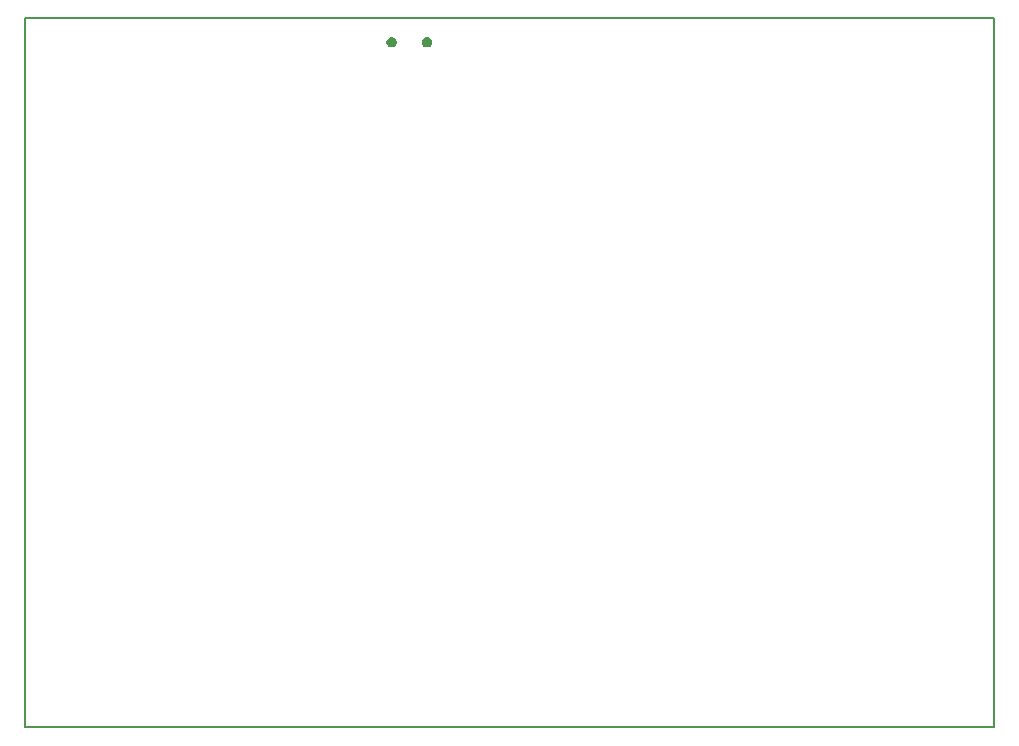
<source format=gbr>
%TF.GenerationSoftware,KiCad,Pcbnew,9.0.0*%
%TF.CreationDate,2025-04-09T17:19:20+02:00*%
%TF.ProjectId,Micromouse Power Subsystem,4d696372-6f6d-46f7-9573-6520506f7765,2.0*%
%TF.SameCoordinates,Original*%
%TF.FileFunction,Profile,NP*%
%FSLAX46Y46*%
G04 Gerber Fmt 4.6, Leading zero omitted, Abs format (unit mm)*
G04 Created by KiCad (PCBNEW 9.0.0) date 2025-04-09 17:19:20*
%MOMM*%
%LPD*%
G01*
G04 APERTURE LIST*
%TA.AperFunction,Profile*%
%ADD10C,0.200000*%
%TD*%
%TA.AperFunction,Profile*%
%ADD11C,0.000000*%
%TD*%
G04 APERTURE END LIST*
D10*
X96500000Y-51000000D02*
X178500000Y-51000000D01*
X178500000Y-111000000D01*
X96500000Y-111000000D01*
X96500000Y-51000000D01*
D11*
%TA.AperFunction,Profile*%
%TO.C,SW1*%
G36*
X127625780Y-52580728D02*
G01*
X127742288Y-52633936D01*
X127839087Y-52717813D01*
X127908334Y-52825563D01*
X127944420Y-52948458D01*
X127944420Y-53076542D01*
X127908334Y-53199437D01*
X127839087Y-53307187D01*
X127742288Y-53391064D01*
X127625780Y-53444272D01*
X127499000Y-53462500D01*
X127372220Y-53444272D01*
X127255712Y-53391064D01*
X127158913Y-53307187D01*
X127089666Y-53199437D01*
X127053580Y-53076542D01*
X127053580Y-52948458D01*
X127089666Y-52825563D01*
X127158913Y-52717813D01*
X127255712Y-52633936D01*
X127372220Y-52580728D01*
X127499000Y-52562500D01*
X127625780Y-52580728D01*
G37*
%TD.AperFunction*%
%TA.AperFunction,Profile*%
G36*
X130628280Y-52580728D02*
G01*
X130744788Y-52633936D01*
X130841587Y-52717813D01*
X130910834Y-52825563D01*
X130946920Y-52948458D01*
X130946920Y-53076542D01*
X130910834Y-53199437D01*
X130841587Y-53307187D01*
X130744788Y-53391064D01*
X130628280Y-53444272D01*
X130501500Y-53462500D01*
X130374720Y-53444272D01*
X130258212Y-53391064D01*
X130161413Y-53307187D01*
X130092166Y-53199437D01*
X130056080Y-53076542D01*
X130056080Y-52948458D01*
X130092166Y-52825563D01*
X130161413Y-52717813D01*
X130258212Y-52633936D01*
X130374720Y-52580728D01*
X130501500Y-52562500D01*
X130628280Y-52580728D01*
G37*
%TD.AperFunction*%
%TD*%
M02*

</source>
